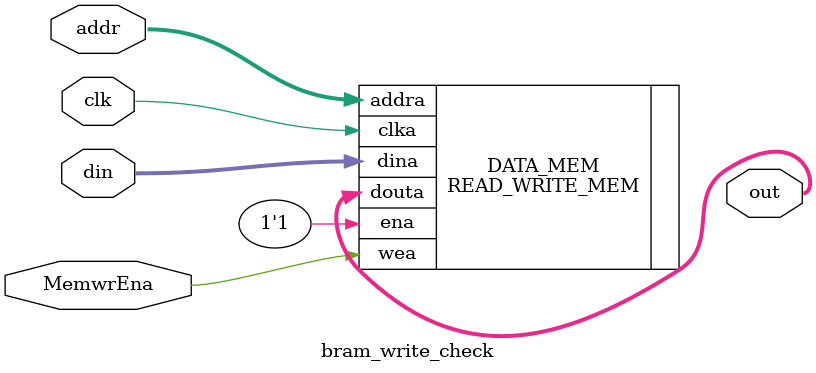
<source format=v>
`timescale 1ns / 1ps
module bram_write_check(
						input clk,
						input MemwrEna,
						input [12:0] addr,
						input [31:0] din,
						output [31:0] out);
						
READ_WRITE_MEM DATA_MEM (
  .clka(clk), // input clka
  .ena(1'b1), // input ena
  .wea(MemwrEna), // input [0 : 0] wea
  .addra(addr), // input [12 : 0] addra
  .dina(din), // input [31 : 0] dina
  .douta(out) // output [31 : 0] douta
);

endmodule

</source>
